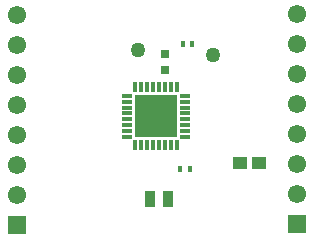
<source format=gbr>
%TF.GenerationSoftware,Altium Limited,Altium Designer,22.10.1 (41)*%
G04 Layer_Color=8388736*
%FSLAX45Y45*%
%MOMM*%
%TF.SameCoordinates,D7E988CF-99FB-4832-8B9A-B6F58F79CD6C*%
%TF.FilePolarity,Negative*%
%TF.FileFunction,Soldermask,Top*%
%TF.Part,Single*%
G01*
G75*
%TA.AperFunction,SMDPad,CuDef*%
%ADD10R,0.80480X0.30000*%
%ADD11R,0.30000X0.80480*%
%ADD12R,3.55000X3.55000*%
%ADD13R,0.70000X0.65000*%
%ADD14R,1.20840X1.01213*%
%ADD15R,0.40000X0.50000*%
%ADD16R,0.95000X1.35000*%
%TA.AperFunction,ComponentPad*%
%ADD19R,1.55000X1.55000*%
%ADD20C,1.55000*%
%TA.AperFunction,ViaPad*%
%ADD21C,1.27000*%
D10*
X1600353Y1337051D02*
D03*
Y1287048D02*
D03*
Y1237051D02*
D03*
Y1187049D02*
D03*
Y1137051D02*
D03*
Y1087049D02*
D03*
Y1037052D02*
D03*
Y987049D02*
D03*
X2090837D02*
D03*
Y1037052D02*
D03*
Y1087049D02*
D03*
Y1137051D02*
D03*
Y1187049D02*
D03*
Y1237051D02*
D03*
Y1287048D02*
D03*
Y1337051D02*
D03*
D11*
X1670594Y916808D02*
D03*
X1720596D02*
D03*
X1770594D02*
D03*
X1820596D02*
D03*
X1870593D02*
D03*
X1920596D02*
D03*
X1970593D02*
D03*
X2020596D02*
D03*
Y1407292D02*
D03*
X1970593D02*
D03*
X1920596D02*
D03*
X1870593D02*
D03*
X1820596D02*
D03*
X1770594D02*
D03*
X1720596D02*
D03*
X1670594D02*
D03*
D12*
X1845595Y1162050D02*
D03*
D13*
X1923214Y1691383D02*
D03*
Y1556382D02*
D03*
D14*
X2552619Y768350D02*
D03*
X2712995D02*
D03*
D15*
X2069425Y1776730D02*
D03*
X2149424D02*
D03*
X2048607Y717550D02*
D03*
X2128607D02*
D03*
D16*
X1794607Y463550D02*
D03*
X1944609D02*
D03*
D19*
X3039207Y247650D02*
D03*
X664307Y241275D02*
D03*
D20*
X3039207Y501650D02*
D03*
Y755650D02*
D03*
Y1009650D02*
D03*
Y1263650D02*
D03*
Y1517650D02*
D03*
Y1771650D02*
D03*
Y2025650D02*
D03*
X664307Y495275D02*
D03*
Y749275D02*
D03*
Y1003275D02*
D03*
Y1257275D02*
D03*
Y1511275D02*
D03*
Y1765275D02*
D03*
Y2019275D02*
D03*
D21*
X1694614Y1725485D02*
D03*
X2328007Y1682750D02*
D03*
%TF.MD5,a72aac9b1dfd11af41c4eb3e9e4da410*%
M02*

</source>
